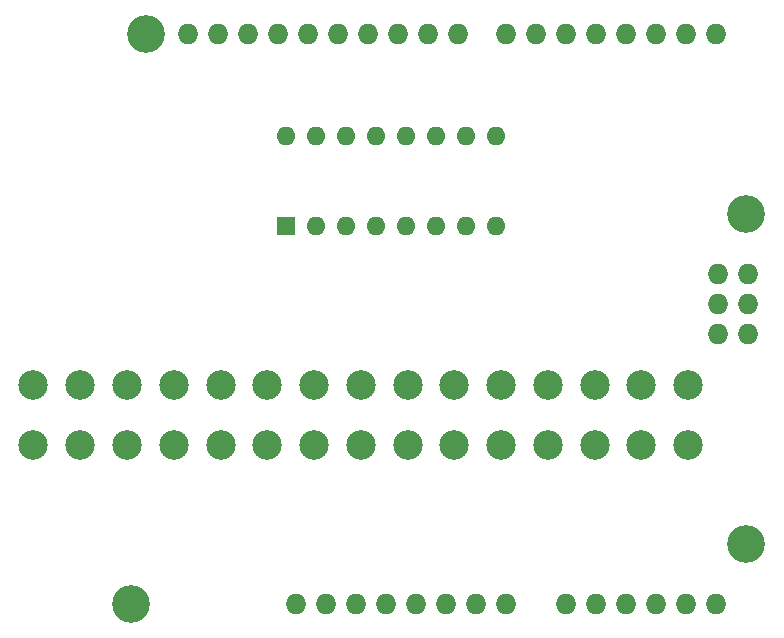
<source format=gbr>
%TF.GenerationSoftware,KiCad,Pcbnew,(6.0.9)*%
%TF.CreationDate,2023-07-04T21:14:23+02:00*%
%TF.ProjectId,p2000t-cartridge-reader,70323030-3074-42d6-9361-727472696467,rev?*%
%TF.SameCoordinates,Original*%
%TF.FileFunction,Soldermask,Top*%
%TF.FilePolarity,Negative*%
%FSLAX46Y46*%
G04 Gerber Fmt 4.6, Leading zero omitted, Abs format (unit mm)*
G04 Created by KiCad (PCBNEW (6.0.9)) date 2023-07-04 21:14:23*
%MOMM*%
%LPD*%
G01*
G04 APERTURE LIST*
%ADD10R,1.600000X1.600000*%
%ADD11O,1.600000X1.600000*%
%ADD12C,3.200000*%
%ADD13O,1.727200X1.727200*%
%ADD14C,2.500000*%
G04 APERTURE END LIST*
D10*
%TO.C,U1*%
X55880000Y-44196000D03*
D11*
X58420000Y-44196000D03*
X60960000Y-44196000D03*
X63500000Y-44196000D03*
X66040000Y-44196000D03*
X68580000Y-44196000D03*
X71120000Y-44196000D03*
X73660000Y-44196000D03*
X73660000Y-36576000D03*
X71120000Y-36576000D03*
X68580000Y-36576000D03*
X66040000Y-36576000D03*
X63500000Y-36576000D03*
X60960000Y-36576000D03*
X58420000Y-36576000D03*
X55880000Y-36576000D03*
%TD*%
D12*
%TO.C,XA1*%
X94869000Y-71120000D03*
X94869000Y-43180000D03*
D13*
X56769000Y-76200000D03*
D12*
X44069000Y-27940000D03*
X42799000Y-76200000D03*
D13*
X64389000Y-76200000D03*
X66929000Y-76200000D03*
X94996000Y-48260000D03*
X79629000Y-76200000D03*
X82169000Y-76200000D03*
X84709000Y-76200000D03*
X87249000Y-76200000D03*
X89789000Y-76200000D03*
X92329000Y-76200000D03*
X52705000Y-27940000D03*
X92329000Y-27940000D03*
X89789000Y-27940000D03*
X87249000Y-27940000D03*
X84709000Y-27940000D03*
X82169000Y-27940000D03*
X79629000Y-27940000D03*
X77089000Y-27940000D03*
X74549000Y-27940000D03*
X70485000Y-27940000D03*
X67945000Y-27940000D03*
X65405000Y-27940000D03*
X62865000Y-27940000D03*
X60325000Y-27940000D03*
X57785000Y-27940000D03*
X55245000Y-27940000D03*
X69469000Y-76200000D03*
X72009000Y-76200000D03*
X94996000Y-53340000D03*
X59309000Y-76200000D03*
X92456000Y-48260000D03*
X94996000Y-50800000D03*
X61849000Y-76200000D03*
X92456000Y-53340000D03*
X92456000Y-50800000D03*
X47625000Y-27940000D03*
X50165000Y-27940000D03*
X74549000Y-76200000D03*
%TD*%
D14*
%TO.C,J1*%
X34510000Y-57658000D03*
X34510000Y-62738000D03*
X38470000Y-57658000D03*
X38470000Y-62738000D03*
X42430000Y-57658000D03*
X42430000Y-62738000D03*
X46390000Y-57658000D03*
X46390000Y-62738000D03*
X50350000Y-57658000D03*
X50350000Y-62738000D03*
X54310000Y-57658000D03*
X54310000Y-62738000D03*
X58270000Y-57658000D03*
X58270000Y-62738000D03*
X62230000Y-57658000D03*
X62230000Y-62738000D03*
X66190000Y-57658000D03*
X66190000Y-62738000D03*
X70150000Y-57658000D03*
X70150000Y-62738000D03*
X74110000Y-57658000D03*
X74110000Y-62738000D03*
X78070000Y-57658000D03*
X78070000Y-62738000D03*
X82030000Y-57658000D03*
X82030000Y-62738000D03*
X85990000Y-57658000D03*
X85990000Y-62738000D03*
X89950000Y-57658000D03*
X89950000Y-62738000D03*
%TD*%
M02*

</source>
